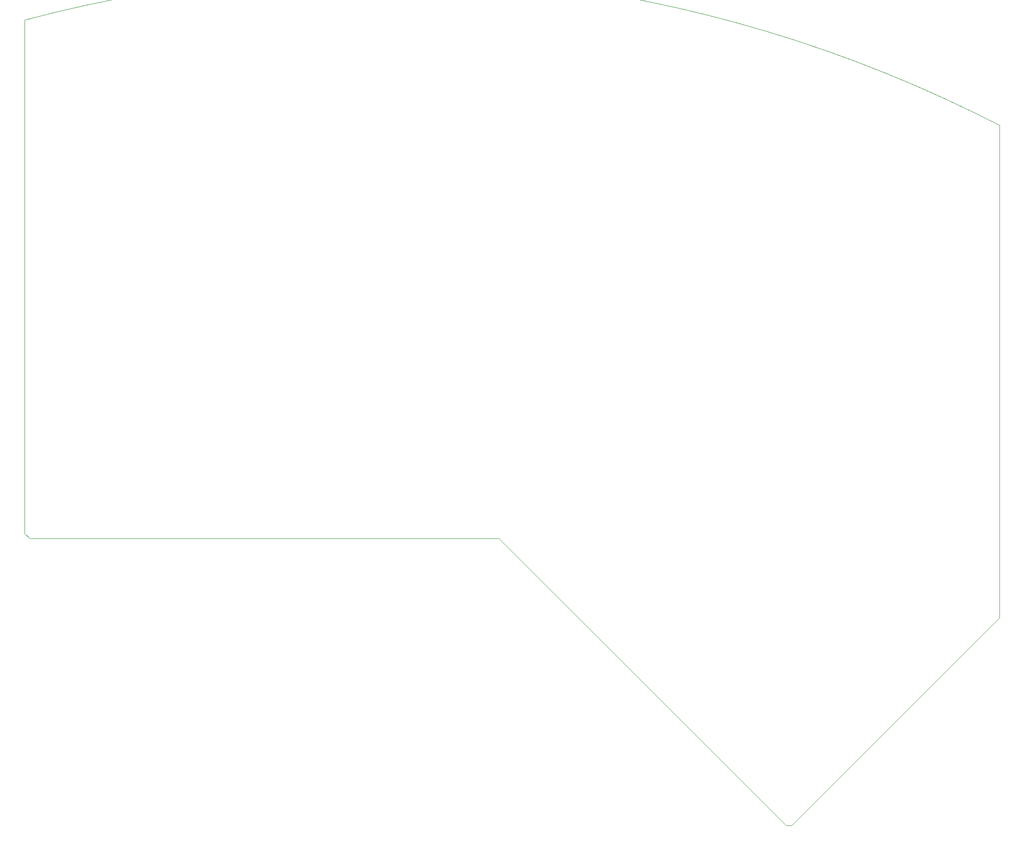
<source format=gbr>
%TF.GenerationSoftware,KiCad,Pcbnew,(6.0.7-1)-1*%
%TF.CreationDate,2022-10-21T17:23:08-04:00*%
%TF.ProjectId,Splitboard-A,53706c69-7462-46f6-9172-642d412e6b69,rev?*%
%TF.SameCoordinates,Original*%
%TF.FileFunction,Profile,NP*%
%FSLAX46Y46*%
G04 Gerber Fmt 4.6, Leading zero omitted, Abs format (unit mm)*
G04 Created by KiCad (PCBNEW (6.0.7-1)-1) date 2022-10-21 17:23:08*
%MOMM*%
%LPD*%
G01*
G04 APERTURE LIST*
%TA.AperFunction,Profile*%
%ADD10C,0.100000*%
%TD*%
G04 APERTURE END LIST*
D10*
X279000000Y-127000000D02*
X279000000Y-48500000D01*
X239500000Y-181500000D02*
X238500000Y-181500000D01*
X184000000Y-127000000D02*
X238500000Y-181500000D01*
X279000000Y-142000000D02*
X239500000Y-181500000D01*
X95000000Y-127000000D02*
X94000000Y-126000000D01*
X95000000Y-127000000D02*
X184000000Y-127000000D01*
X279000000Y-127000000D02*
X279000000Y-142000000D01*
X279000000Y-48499999D02*
G75*
G03*
X94000000Y-28500000I-118389130J-229474461D01*
G01*
X94000000Y-126000000D02*
X94000000Y-28500000D01*
M02*

</source>
